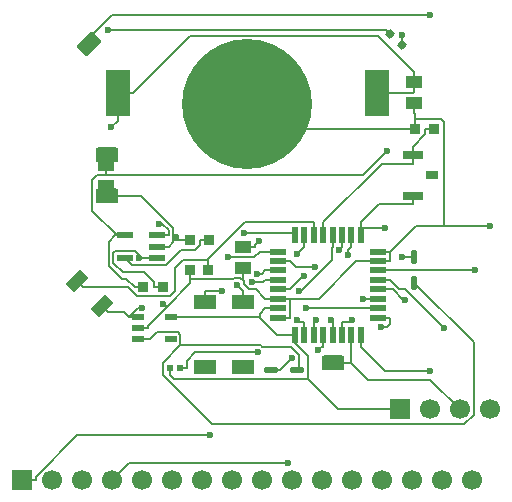
<source format=gbr>
%TF.GenerationSoftware,KiCad,Pcbnew,9.0.1*%
%TF.CreationDate,2025-05-26T11:02:23-07:00*%
%TF.ProjectId,TestWatch,54657374-5761-4746-9368-2e6b69636164,rev?*%
%TF.SameCoordinates,Original*%
%TF.FileFunction,Copper,L1,Top*%
%TF.FilePolarity,Positive*%
%FSLAX46Y46*%
G04 Gerber Fmt 4.6, Leading zero omitted, Abs format (unit mm)*
G04 Created by KiCad (PCBNEW 9.0.1) date 2025-05-26 11:02:23*
%MOMM*%
%LPD*%
G01*
G04 APERTURE LIST*
G04 Aperture macros list*
%AMRoundRect*
0 Rectangle with rounded corners*
0 $1 Rounding radius*
0 $2 $3 $4 $5 $6 $7 $8 $9 X,Y pos of 4 corners*
0 Add a 4 corners polygon primitive as box body*
4,1,4,$2,$3,$4,$5,$6,$7,$8,$9,$2,$3,0*
0 Add four circle primitives for the rounded corners*
1,1,$1+$1,$2,$3*
1,1,$1+$1,$4,$5*
1,1,$1+$1,$6,$7*
1,1,$1+$1,$8,$9*
0 Add four rect primitives between the rounded corners*
20,1,$1+$1,$2,$3,$4,$5,0*
20,1,$1+$1,$4,$5,$6,$7,0*
20,1,$1+$1,$6,$7,$8,$9,0*
20,1,$1+$1,$8,$9,$2,$3,0*%
%AMRotRect*
0 Rectangle, with rotation*
0 The origin of the aperture is its center*
0 $1 length*
0 $2 width*
0 $3 Rotation angle, in degrees counterclockwise*
0 Add horizontal line*
21,1,$1,$2,0,0,$3*%
G04 Aperture macros list end*
%TA.AperFunction,SMDPad,CuDef*%
%ADD10R,1.420000X1.080000*%
%TD*%
%TA.AperFunction,SMDPad,CuDef*%
%ADD11C,11.000000*%
%TD*%
%TA.AperFunction,SMDPad,CuDef*%
%ADD12R,2.000000X4.000000*%
%TD*%
%TA.AperFunction,SMDPad,CuDef*%
%ADD13R,0.890000X0.930000*%
%TD*%
%TA.AperFunction,SMDPad,CuDef*%
%ADD14R,0.900000X0.970000*%
%TD*%
%TA.AperFunction,SMDPad,CuDef*%
%ADD15R,0.540000X0.600000*%
%TD*%
%TA.AperFunction,SMDPad,CuDef*%
%ADD16RoundRect,0.190500X-0.762000X-0.444500X0.762000X-0.444500X0.762000X0.444500X-0.762000X0.444500X0*%
%TD*%
%TA.AperFunction,ComponentPad*%
%ADD17R,1.700000X1.700000*%
%TD*%
%TA.AperFunction,ComponentPad*%
%ADD18C,1.700000*%
%TD*%
%TA.AperFunction,SMDPad,CuDef*%
%ADD19R,1.700000X0.800000*%
%TD*%
%TA.AperFunction,SMDPad,CuDef*%
%ADD20R,1.100000X0.800000*%
%TD*%
%TA.AperFunction,SMDPad,CuDef*%
%ADD21R,0.600000X1.475000*%
%TD*%
%TA.AperFunction,SMDPad,CuDef*%
%ADD22R,1.475000X0.600000*%
%TD*%
%TA.AperFunction,SMDPad,CuDef*%
%ADD23RoundRect,0.062500X0.187500X-0.542500X0.187500X0.542500X-0.187500X0.542500X-0.187500X-0.542500X0*%
%TD*%
%TA.AperFunction,SMDPad,CuDef*%
%ADD24R,0.977900X0.508000*%
%TD*%
%TA.AperFunction,SMDPad,CuDef*%
%ADD25R,1.320800X0.558800*%
%TD*%
%TA.AperFunction,SMDPad,CuDef*%
%ADD26RoundRect,0.062500X0.542500X0.187500X-0.542500X0.187500X-0.542500X-0.187500X0.542500X-0.187500X0*%
%TD*%
%TA.AperFunction,SMDPad,CuDef*%
%ADD27R,1.900000X1.300000*%
%TD*%
%TA.AperFunction,SMDPad,CuDef*%
%ADD28RotRect,0.970000X1.730000X135.000000*%
%TD*%
%TA.AperFunction,SMDPad,CuDef*%
%ADD29RoundRect,0.190500X-0.224506X-0.853124X0.853124X0.224506X0.224506X0.853124X-0.853124X-0.224506X0*%
%TD*%
%TA.AperFunction,SMDPad,CuDef*%
%ADD30RoundRect,0.150000X0.247487X0.035355X0.035355X0.247487X-0.247487X-0.035355X-0.035355X-0.247487X0*%
%TD*%
%TA.AperFunction,ViaPad*%
%ADD31C,0.600000*%
%TD*%
%TA.AperFunction,Conductor*%
%ADD32C,0.200000*%
%TD*%
G04 APERTURE END LIST*
D10*
%TO.P,C1,1*%
%TO.N,USB + *%
X187569200Y-89321299D03*
%TO.P,C1,2*%
%TO.N,GNDREF*%
X187569200Y-91111301D03*
%TD*%
D11*
%TO.P,BT1,N*%
%TO.N,GNDREF*%
X199569200Y-84192300D03*
D12*
%TO.P,BT1,P*%
%TO.N,Net-(CHG1-VBAT)*%
X188569200Y-83192300D03*
X210569200Y-83192300D03*
%TD*%
D10*
%TO.P,C2,1*%
%TO.N,STM_POW*%
X199169200Y-96297299D03*
%TO.P,C2,2*%
%TO.N,GNDREF*%
X199169200Y-98087301D03*
%TD*%
D13*
%TO.P,R1,1*%
%TO.N,Net-(CHG1-PROG)*%
X196300800Y-95642300D03*
%TO.P,R1,2*%
%TO.N,GNDREF*%
X194672800Y-95642300D03*
%TD*%
D14*
%TO.P,R4,1*%
%TO.N,Net-(STM1-PA1)*%
X196246800Y-98192300D03*
%TO.P,R4,2*%
%TO.N,GNDREF*%
X194726800Y-98192300D03*
%TD*%
D15*
%TO.P,R6,1*%
%TO.N,Net-(STM1-PG10-NRST)*%
X193869000Y-106486000D03*
%TO.P,R6,2*%
%TO.N,STM_POW*%
X193005000Y-106486000D03*
%TD*%
D16*
%TO.P,P13,1,1*%
%TO.N,Net-(J2-Pin_3)*%
X206818000Y-106134800D03*
%TD*%
D13*
%TO.P,R2,1*%
%TO.N,Net-(STM1-PA0)*%
X215383200Y-86242300D03*
%TO.P,R2,2*%
%TO.N,GNDREF*%
X213755200Y-86242300D03*
%TD*%
D17*
%TO.P,J1,1,Pin_1*%
%TO.N,A*%
X180500000Y-116000000D03*
D18*
%TO.P,J1,2,Pin_2*%
%TO.N,B*%
X183040000Y-116000000D03*
%TO.P,J1,3,Pin_3*%
%TO.N,C*%
X185579999Y-116000000D03*
%TO.P,J1,4,Pin_4*%
%TO.N,D*%
X188120000Y-116000000D03*
%TO.P,J1,5,Pin_5*%
%TO.N,E*%
X190660000Y-116000000D03*
%TO.P,J1,6,Pin_6*%
%TO.N,F*%
X193200000Y-116000000D03*
%TO.P,J1,7,Pin_7*%
%TO.N,G*%
X195740000Y-116000000D03*
%TO.P,J1,8,Pin_8*%
%TO.N,H*%
X198280001Y-116000000D03*
%TO.P,J1,9,Pin_9*%
%TO.N,I*%
X200820000Y-116000000D03*
%TO.P,J1,10,Pin_10*%
%TO.N,J*%
X203360000Y-116000000D03*
%TO.P,J1,11,Pin_11*%
%TO.N,K*%
X205900000Y-116000000D03*
%TO.P,J1,12,Pin_12*%
%TO.N,L*%
X208439999Y-116000000D03*
%TO.P,J1,13,Pin_13*%
%TO.N,M*%
X210980000Y-116000000D03*
%TO.P,J1,14,Pin_14*%
%TO.N,N*%
X213520000Y-116000000D03*
%TO.P,J1,15,Pin_15*%
%TO.N,O*%
X216060000Y-116000000D03*
%TO.P,J1,16,Pin_16*%
%TO.N,P*%
X218599999Y-116000000D03*
%TD*%
D19*
%TO.P,BUTT1,1,1*%
%TO.N,Net-(STM1-PA0)*%
X213569200Y-88516299D03*
%TO.P,BUTT1,2,2*%
%TO.N,STM_POW*%
X213569200Y-91916301D03*
D20*
%TO.P,BUTT1,3,3*%
%TO.N,unconnected-(BUTT1-Pad3)*%
X215219200Y-90216300D03*
%TD*%
D21*
%TO.P,STM1,1,VDD_1*%
%TO.N,STM_POW*%
X209169200Y-95216299D03*
%TO.P,STM1,2,PF0-OSC_IN*%
%TO.N,Net-(STM1-PF0-OSC_IN)*%
X208369200Y-95216300D03*
%TO.P,STM1,3,PF1-OSC_OUT*%
%TO.N,Net-(STM1-PF1-OSC_OUT)*%
X207569201Y-95216300D03*
%TO.P,STM1,4,PG10-NRST*%
%TO.N,Net-(STM1-PG10-NRST)*%
X206769200Y-95216300D03*
%TO.P,STM1,5,PA0*%
%TO.N,Net-(STM1-PA0)*%
X205969200Y-95216300D03*
%TO.P,STM1,6,PA1*%
%TO.N,Net-(STM1-PA1)*%
X205169199Y-95216300D03*
%TO.P,STM1,7,PA2*%
%TO.N,A*%
X204369200Y-95216300D03*
%TO.P,STM1,8,PA3*%
%TO.N,B*%
X203569200Y-95216299D03*
D22*
%TO.P,STM1,9,PA4*%
%TO.N,C*%
X202131199Y-96654300D03*
%TO.P,STM1,10,PA5*%
%TO.N,D*%
X202131200Y-97454300D03*
%TO.P,STM1,11,PA6*%
%TO.N,E*%
X202131200Y-98254299D03*
%TO.P,STM1,12,PA7*%
%TO.N,F*%
X202131200Y-99054300D03*
%TO.P,STM1,13,PB0*%
%TO.N,G*%
X202131200Y-99854300D03*
%TO.P,STM1,14,VSSA*%
%TO.N,GNDREF*%
X202131200Y-100654301D03*
%TO.P,STM1,15,VDDA*%
%TO.N,STM_POW*%
X202131200Y-101454300D03*
%TO.P,STM1,16,VSS_1*%
%TO.N,GNDREF*%
X202131199Y-102254300D03*
D21*
%TO.P,STM1,17,VDD_2*%
%TO.N,STM_POW*%
X203569200Y-103692301D03*
%TO.P,STM1,18,PA8*%
%TO.N,H*%
X204369200Y-103692300D03*
%TO.P,STM1,19,PA9*%
%TO.N,I*%
X205169199Y-103692300D03*
%TO.P,STM1,20,PA10*%
%TO.N,J*%
X205969200Y-103692300D03*
%TO.P,STM1,21,PA11*%
%TO.N,K*%
X206769200Y-103692300D03*
%TO.P,STM1,22,PA12*%
%TO.N,L*%
X207569201Y-103692300D03*
%TO.P,STM1,23,PA13*%
%TO.N,Net-(J2-Pin_3)*%
X208369200Y-103692300D03*
%TO.P,STM1,24,PA14*%
%TO.N,Net-(J2-Pin_2)*%
X209169200Y-103692301D03*
D22*
%TO.P,STM1,25,PA15*%
%TO.N,M*%
X210607201Y-102254300D03*
%TO.P,STM1,26,PB3*%
%TO.N,Net-(STM1-PB3)*%
X210607200Y-101454300D03*
%TO.P,STM1,27,PB4*%
%TO.N,Net-(DB3-A)*%
X210607200Y-100654301D03*
%TO.P,STM1,28,PB5*%
%TO.N,N*%
X210607200Y-99854300D03*
%TO.P,STM1,29,PB6*%
%TO.N,O*%
X210607200Y-99054300D03*
%TO.P,STM1,30,PB7*%
%TO.N,P*%
X210607200Y-98254299D03*
%TO.P,STM1,31,PB8-BOOT0*%
%TO.N,GNDREF*%
X210607200Y-97454300D03*
%TO.P,STM1,32,VSS_2*%
X210607201Y-96654300D03*
%TD*%
D16*
%TO.P,POGO1,1,USB_+*%
%TO.N,USB + *%
X187669200Y-88516300D03*
%TO.P,POGO1,2,USB_-*%
%TO.N,GNDREF*%
X187669200Y-91916300D03*
%TD*%
D10*
%TO.P,C3,1*%
%TO.N,Net-(CHG1-VBAT)*%
X213669200Y-82297299D03*
%TO.P,C3,2*%
%TO.N,GNDREF*%
X213669200Y-84087301D03*
%TD*%
D23*
%TO.P,DB1,A*%
%TO.N,USB + *%
X213669200Y-97087300D03*
%TO.P,DB1,C*%
%TO.N,Net-(U1-EN)*%
X213669200Y-99297300D03*
%TD*%
D24*
%TO.P,U1,1,IN*%
%TO.N,Net-(CHG1-VBAT)*%
X190338750Y-102192299D03*
%TO.P,U1,2,GND*%
%TO.N,GNDREF*%
X190338750Y-103142300D03*
%TO.P,U1,3,EN*%
%TO.N,Net-(U1-EN)*%
X190338750Y-104092301D03*
%TO.P,U1,4,NC*%
%TO.N,unconnected-(U1-NC-Pad4)*%
X193069250Y-104092301D03*
%TO.P,U1,5,OUT*%
%TO.N,STM_POW*%
X193069250Y-102192299D03*
%TD*%
D25*
%TO.P,CHG1,1,STAT*%
%TO.N,Net-(CHG1-STAT)*%
X191940800Y-97178800D03*
%TO.P,CHG1,2,VSS*%
%TO.N,GNDREF*%
X191940800Y-96239000D03*
%TO.P,CHG1,3,VBAT*%
%TO.N,Net-(CHG1-VBAT)*%
X191940800Y-95299200D03*
%TO.P,CHG1,4,VDD*%
%TO.N,USB + *%
X189197600Y-95299200D03*
%TO.P,CHG1,5,PROG*%
%TO.N,Net-(CHG1-PROG)*%
X189197600Y-97178800D03*
%TD*%
D26*
%TO.P,DB2,A*%
%TO.N,Net-(STM1-PB3)*%
X201564200Y-106692300D03*
%TO.P,DB2,C*%
%TO.N,Net-(U1-EN)*%
X203774200Y-106692300D03*
%TD*%
D17*
%TO.P,J2,1,Pin_1*%
%TO.N,STM_POW*%
X212460000Y-110000000D03*
D18*
%TO.P,J2,2,Pin_2*%
%TO.N,Net-(J2-Pin_2)*%
X215000000Y-110000000D03*
%TO.P,J2,3,Pin_3*%
%TO.N,Net-(J2-Pin_3)*%
X217539999Y-110000000D03*
%TO.P,J2,4,Pin_4*%
%TO.N,GNDREF*%
X220080000Y-110000000D03*
%TD*%
D27*
%TO.P,OSC1,1*%
%TO.N,Net-(STM1-PF1-OSC_OUT)*%
X195969200Y-100966300D03*
%TO.P,OSC1,2,NC_2*%
%TO.N,unconnected-(OSC1-NC_2-Pad2)*%
X195969200Y-106466300D03*
%TO.P,OSC1,3,NC_1*%
%TO.N,unconnected-(OSC1-NC_1-Pad3)*%
X199169200Y-106466300D03*
%TO.P,OSC1,4*%
%TO.N,Net-(STM1-PF0-OSC_IN)*%
X199169200Y-100966300D03*
%TD*%
D28*
%TO.P,R3,1*%
%TO.N,Net-(CHG1-VBAT)*%
X187215718Y-101238818D03*
%TO.P,R3,2*%
%TO.N,Net-(STM1-PA1)*%
X185122682Y-99145782D03*
%TD*%
D29*
%TO.P,P14,1,1*%
%TO.N,Net-(J2-Pin_2)*%
X186169153Y-79058740D03*
%TD*%
D30*
%TO.P,DB3,1,K*%
%TO.N,Net-(CHG1-STAT)*%
X211674225Y-78197325D03*
%TO.P,DB3,2,A*%
%TO.N,Net-(DB3-A)*%
X212664175Y-79187275D03*
%TD*%
D13*
%TO.P,R5,1*%
%TO.N,Net-(CHG1-STAT)*%
X192383200Y-99692300D03*
%TO.P,R5,2*%
%TO.N,USB + *%
X190755200Y-99692300D03*
%TD*%
D31*
%TO.N,Net-(DB3-A)*%
X212622600Y-78287000D03*
X209352900Y-100654300D03*
%TO.N,Net-(STM1-PG10-NRST)*%
X203946500Y-99958000D03*
X200436400Y-105203200D03*
%TO.N,GNDREF*%
X220080000Y-94501100D03*
X192424000Y-101068900D03*
X193537000Y-95438800D03*
%TO.N,Net-(J2-Pin_2)*%
X215000000Y-106741800D03*
X215000000Y-76646000D03*
%TO.N,Net-(STM1-PB3)*%
X203324300Y-105666500D03*
X204489100Y-101454300D03*
%TO.N,Net-(STM1-PF1-OSC_OUT)*%
X197410500Y-100014600D03*
X207345300Y-96539000D03*
%TO.N,Net-(CHG1-STAT)*%
X190368400Y-97178800D03*
X187769900Y-77862900D03*
%TO.N,Net-(STM1-PF0-OSC_IN)*%
X198675600Y-99506700D03*
X208072500Y-96945800D03*
%TO.N,STM_POW*%
X211229000Y-94696700D03*
X200554100Y-95730100D03*
%TO.N,USB + *%
X212688600Y-97087300D03*
X211379400Y-88117500D03*
%TO.N,P*%
X218810000Y-98254300D03*
%TO.N,I*%
X205336100Y-102452300D03*
%TO.N,K*%
X206676100Y-102449200D03*
%TO.N,M*%
X210845200Y-103056600D03*
%TO.N,G*%
X204356100Y-98743300D03*
%TO.N,C*%
X197921000Y-97139000D03*
%TO.N,J*%
X205513700Y-104990200D03*
%TO.N,L*%
X208440000Y-102451900D03*
%TO.N,H*%
X203799200Y-102447900D03*
%TO.N,E*%
X200403800Y-98539900D03*
%TO.N,D*%
X205274800Y-97967100D03*
X202972600Y-114590700D03*
%TO.N,O*%
X216218500Y-103131500D03*
%TO.N,N*%
X212949100Y-100718600D03*
%TO.N,A*%
X203754400Y-96870300D03*
X196432000Y-112217500D03*
%TO.N,B*%
X199278700Y-95077800D03*
%TO.N,F*%
X199966000Y-99236100D03*
%TO.N,Net-(CHG1-VBAT)*%
X190672200Y-101422500D03*
X192093500Y-94302900D03*
X188017500Y-86154600D03*
%TD*%
D32*
%TO.N,Net-(DB3-A)*%
X210607200Y-100654300D02*
X209568000Y-100654300D01*
X212664200Y-78328600D02*
X212622600Y-78287000D01*
X212664200Y-79187300D02*
X212664200Y-78328600D01*
X209568000Y-100654300D02*
X209352900Y-100654300D01*
%TO.N,Net-(STM1-PG10-NRST)*%
X194440700Y-105914300D02*
X194440700Y-106486000D01*
X195151800Y-105203200D02*
X194440700Y-105914300D01*
X200436400Y-105203200D02*
X195151800Y-105203200D01*
X193869000Y-106486000D02*
X194440700Y-106486000D01*
X206769200Y-95216300D02*
X206769200Y-96255500D01*
X206743600Y-96281100D02*
X206769200Y-96255500D01*
X206743600Y-97349200D02*
X206743600Y-96281100D01*
X204134800Y-99958000D02*
X206743600Y-97349200D01*
X203946500Y-99958000D02*
X204134800Y-99958000D01*
%TO.N,GNDREF*%
X187569200Y-91816300D02*
X187569200Y-91111300D01*
X187669200Y-91916300D02*
X187569200Y-91816300D01*
X211646400Y-96654300D02*
X211646400Y-97454300D01*
X210607200Y-96654300D02*
X211646400Y-96654300D01*
X210607200Y-97454300D02*
X211646400Y-97454300D01*
X202131200Y-102254300D02*
X203170400Y-102254300D01*
X203170400Y-102254300D02*
X203170400Y-100654300D01*
X202650800Y-100654300D02*
X203170400Y-100654300D01*
X213669200Y-84087300D02*
X213669200Y-84929000D01*
X202650800Y-100654300D02*
X202131200Y-100654300D01*
X202131200Y-100654300D02*
X201092000Y-100654300D01*
X192016800Y-96239000D02*
X192902900Y-96239000D01*
X192016800Y-96239000D02*
X191940800Y-96239000D01*
X201619200Y-86242300D02*
X199569200Y-84192300D01*
X213755200Y-86242300D02*
X201619200Y-86242300D01*
X199169200Y-98087300D02*
X199169200Y-98929000D01*
X213799600Y-94501100D02*
X216172700Y-94501100D01*
X211646400Y-96654300D02*
X213799600Y-94501100D01*
X216172700Y-94501100D02*
X220080000Y-94501100D01*
X215949000Y-85465000D02*
X213755200Y-85465000D01*
X216172700Y-85688700D02*
X215949000Y-85465000D01*
X216172700Y-94501100D02*
X216172700Y-85688700D01*
X213755200Y-86242300D02*
X213755200Y-85465000D01*
X213755200Y-85015000D02*
X213669200Y-84929000D01*
X213755200Y-85465000D02*
X213755200Y-85015000D01*
X190338800Y-103142300D02*
X191129500Y-103142300D01*
X193304600Y-95642300D02*
X194672800Y-95642300D01*
X193304600Y-95837300D02*
X193304600Y-95642300D01*
X192902900Y-96239000D02*
X193304600Y-95837300D01*
X193537000Y-95438800D02*
X193304600Y-95438800D01*
X193304600Y-95642300D02*
X193304600Y-95438800D01*
X190561200Y-91916300D02*
X187669200Y-91916300D01*
X193304600Y-94659700D02*
X190561200Y-91916300D01*
X193304600Y-95438800D02*
X193304600Y-94659700D01*
X192718900Y-101363700D02*
X192424000Y-101068900D01*
X191129500Y-102953100D02*
X192718900Y-101363700D01*
X191129500Y-103142300D02*
X191129500Y-102953100D01*
X194726800Y-99355800D02*
X194726800Y-98980800D01*
X192718900Y-101363700D02*
X194726800Y-99355800D01*
X194726800Y-98980800D02*
X194726800Y-98192300D01*
X208793000Y-97454300D02*
X210607200Y-97454300D01*
X205593000Y-100654300D02*
X208793000Y-97454300D01*
X203170400Y-100654300D02*
X205593000Y-100654300D01*
X199313800Y-99177200D02*
X199117400Y-98980800D01*
X199313800Y-99437100D02*
X199313800Y-99177200D01*
X199715700Y-99839000D02*
X199313800Y-99437100D01*
X200276700Y-99839000D02*
X199715700Y-99839000D01*
X201092000Y-100654300D02*
X200276700Y-99839000D01*
X199169200Y-98929000D02*
X199117400Y-98980800D01*
X198350700Y-98980800D02*
X194726800Y-98980800D01*
X198426500Y-98905000D02*
X198350700Y-98980800D01*
X198924800Y-98905000D02*
X198426500Y-98905000D01*
X199000600Y-98980800D02*
X198924800Y-98905000D01*
X199117400Y-98980800D02*
X199000600Y-98980800D01*
%TO.N,Net-(J2-Pin_3)*%
X208369200Y-103692300D02*
X208369200Y-106134800D01*
X208369200Y-106134800D02*
X206818000Y-106134800D01*
X215042600Y-107502600D02*
X217540000Y-110000000D01*
X209737000Y-107502600D02*
X215042600Y-107502600D01*
X208369200Y-106134800D02*
X209737000Y-107502600D01*
%TO.N,Net-(J2-Pin_2)*%
X209169200Y-103692300D02*
X209169200Y-104731500D01*
X211179500Y-106741800D02*
X209169200Y-104731500D01*
X215000000Y-106741800D02*
X211179500Y-106741800D01*
X186169200Y-78612800D02*
X186169200Y-79058700D01*
X188136000Y-76646000D02*
X186169200Y-78612800D01*
X215000000Y-76646000D02*
X188136000Y-76646000D01*
%TO.N,Net-(STM1-PA1)*%
X205169200Y-95216300D02*
X205169200Y-94177100D01*
X196246800Y-98192300D02*
X196246800Y-97405600D01*
X185122700Y-99145800D02*
X185679000Y-99702100D01*
X196246800Y-97258900D02*
X196246800Y-97405600D01*
X199328600Y-94177100D02*
X196246800Y-97258900D01*
X205169200Y-94177100D02*
X199328600Y-94177100D01*
X194090400Y-97405600D02*
X196246800Y-97405600D01*
X193434700Y-98061300D02*
X194090400Y-97405600D01*
X193434700Y-100013800D02*
X193434700Y-98061300D01*
X192989500Y-100459000D02*
X193434700Y-100013800D01*
X190185200Y-100459000D02*
X192989500Y-100459000D01*
X189428300Y-99702100D02*
X190185200Y-100459000D01*
X185679000Y-99702100D02*
X189428300Y-99702100D01*
%TO.N,Net-(STM1-PB3)*%
X202298500Y-106692300D02*
X203324300Y-105666500D01*
X201564200Y-106692300D02*
X202298500Y-106692300D01*
X210607200Y-101454300D02*
X204489100Y-101454300D01*
%TO.N,Net-(STM1-PF1-OSC_OUT)*%
X195969200Y-100966300D02*
X195969200Y-100014600D01*
X207569200Y-96315100D02*
X207345300Y-96539000D01*
X207569200Y-95216300D02*
X207569200Y-96315100D01*
X195969200Y-100014600D02*
X197410500Y-100014600D01*
%TO.N,Net-(CHG1-STAT)*%
X211339800Y-77862900D02*
X211674200Y-78197300D01*
X187769900Y-77862900D02*
X211339800Y-77862900D01*
X191940800Y-97178800D02*
X190978700Y-97178800D01*
X192383200Y-99692300D02*
X191636500Y-99692300D01*
X190978700Y-97178800D02*
X190368400Y-97178800D01*
X191636500Y-99225600D02*
X191636500Y-99692300D01*
X190836800Y-98425900D02*
X191636500Y-99225600D01*
X189025000Y-98425900D02*
X190836800Y-98425900D01*
X188220000Y-97620900D02*
X189025000Y-98425900D01*
X188220000Y-96760100D02*
X188220000Y-97620900D01*
X188387600Y-96592500D02*
X188220000Y-96760100D01*
X190011000Y-96592500D02*
X188387600Y-96592500D01*
X190368400Y-96949900D02*
X190011000Y-96592500D01*
X190368400Y-97178800D02*
X190368400Y-96949900D01*
%TO.N,Net-(STM1-PF0-OSC_IN)*%
X199169200Y-100000300D02*
X198675600Y-99506700D01*
X199169200Y-100966300D02*
X199169200Y-100000300D01*
X208369200Y-95216300D02*
X208369200Y-96255500D01*
X208072500Y-96552200D02*
X208072500Y-96945800D01*
X208369200Y-96255500D02*
X208072500Y-96552200D01*
%TO.N,STM_POW*%
X213569200Y-91916300D02*
X213569200Y-92618000D01*
X193005000Y-106786800D02*
X193005000Y-107087700D01*
X193005000Y-106786800D02*
X193005000Y-106486000D01*
X193069300Y-102192300D02*
X193860000Y-102192300D01*
X202131200Y-101454300D02*
X201092000Y-101454300D01*
X193369000Y-107451700D02*
X193005000Y-107087700D01*
X204702700Y-107451700D02*
X193369000Y-107451700D01*
X207251000Y-110000000D02*
X204702700Y-107451700D01*
X212460000Y-110000000D02*
X207251000Y-110000000D01*
X203569200Y-104409600D02*
X203569200Y-103692300D01*
X204702700Y-105543100D02*
X203569200Y-104409600D01*
X204702700Y-107451700D02*
X204702700Y-105543100D01*
X210728300Y-92618000D02*
X209169200Y-94177100D01*
X213569200Y-92618000D02*
X210728300Y-92618000D01*
X209169200Y-95216300D02*
X209169200Y-94696700D01*
X209169200Y-94696700D02*
X209169200Y-94177100D01*
X209169200Y-94696700D02*
X211229000Y-94696700D01*
X200607700Y-102192300D02*
X193860000Y-102192300D01*
X200607700Y-102253500D02*
X200607700Y-102192300D01*
X202046500Y-103692300D02*
X200607700Y-102253500D01*
X203569200Y-103692300D02*
X202046500Y-103692300D01*
X200607700Y-101938600D02*
X201092000Y-101454300D01*
X200607700Y-102192300D02*
X200607700Y-101938600D01*
X199169200Y-96297300D02*
X200180900Y-96297300D01*
X200180900Y-96103300D02*
X200554100Y-95730100D01*
X200180900Y-96297300D02*
X200180900Y-96103300D01*
%TO.N,USB + *%
X187569200Y-88616300D02*
X187569200Y-89321300D01*
X187669200Y-88516300D02*
X187569200Y-88616300D01*
X190755200Y-99692300D02*
X190008500Y-99692300D01*
X188767000Y-95299200D02*
X188509600Y-95299200D01*
X188509600Y-95299200D02*
X188336400Y-95299200D01*
X187569200Y-89321300D02*
X187569200Y-90163000D01*
X188982300Y-95299200D02*
X188767000Y-95299200D01*
X188982300Y-95299200D02*
X189197600Y-95299200D01*
X186400100Y-93189700D02*
X188509600Y-95299200D01*
X186400100Y-90595600D02*
X186400100Y-93189700D01*
X186832700Y-90163000D02*
X186400100Y-90595600D01*
X187569200Y-90163000D02*
X186832700Y-90163000D01*
X209333900Y-90163000D02*
X187569200Y-90163000D01*
X211379400Y-88117500D02*
X209333900Y-90163000D01*
X213669200Y-97087300D02*
X212688600Y-97087300D01*
X189285300Y-98969100D02*
X190008500Y-99692300D01*
X188930300Y-98969100D02*
X189285300Y-98969100D01*
X187818000Y-97856800D02*
X188930300Y-98969100D01*
X187818000Y-95817600D02*
X187818000Y-97856800D01*
X188336400Y-95299200D02*
X187818000Y-95817600D01*
%TO.N,Net-(STM1-PA0)*%
X214636500Y-86747300D02*
X214636500Y-86242300D01*
X213569200Y-87814600D02*
X214636500Y-86747300D01*
X215383200Y-86242300D02*
X214636500Y-86242300D01*
X213569200Y-88516300D02*
X213569200Y-87814600D01*
X210928300Y-89218000D02*
X213569200Y-89218000D01*
X205969200Y-94177100D02*
X210928300Y-89218000D01*
X205969200Y-95216300D02*
X205969200Y-94177100D01*
X213569200Y-88516300D02*
X213569200Y-89218000D01*
%TO.N,Net-(CHG1-PROG)*%
X189826400Y-97807600D02*
X189197600Y-97178800D01*
X192700900Y-97807600D02*
X189826400Y-97807600D01*
X193943700Y-96564800D02*
X192700900Y-97807600D01*
X195098300Y-96564800D02*
X193943700Y-96564800D01*
X195554100Y-96109000D02*
X195098300Y-96564800D01*
X195554100Y-95642300D02*
X195554100Y-96109000D01*
X196300800Y-95642300D02*
X195554100Y-95642300D01*
%TO.N,P*%
X210607200Y-98254300D02*
X218810000Y-98254300D01*
%TO.N,I*%
X205169200Y-103692300D02*
X205169200Y-102653100D01*
X205336100Y-102486200D02*
X205336100Y-102452300D01*
X205169200Y-102653100D02*
X205336100Y-102486200D01*
%TO.N,K*%
X206769200Y-102542300D02*
X206676100Y-102449200D01*
X206769200Y-103692300D02*
X206769200Y-102542300D01*
%TO.N,M*%
X211346000Y-103056600D02*
X210845200Y-103056600D01*
X211646400Y-102756200D02*
X211346000Y-103056600D01*
X211646400Y-102254300D02*
X211646400Y-102756200D01*
X210607200Y-102254300D02*
X211646400Y-102254300D01*
%TO.N,G*%
X203199500Y-99854300D02*
X202131200Y-99854300D01*
X203199500Y-99854200D02*
X203199500Y-99854300D01*
X204310400Y-98743300D02*
X203199500Y-99854200D01*
X204356100Y-98743300D02*
X204310400Y-98743300D01*
%TO.N,C*%
X200148300Y-97139000D02*
X197921000Y-97139000D01*
X200633000Y-96654300D02*
X200148300Y-97139000D01*
X202131200Y-96654300D02*
X200633000Y-96654300D01*
%TO.N,J*%
X205969200Y-103692300D02*
X205969200Y-104731500D01*
X205772400Y-104731500D02*
X205513700Y-104990200D01*
X205969200Y-104731500D02*
X205772400Y-104731500D01*
%TO.N,L*%
X207569200Y-103692300D02*
X207569200Y-102653100D01*
X208238800Y-102653100D02*
X208440000Y-102451900D01*
X207569200Y-102653100D02*
X208238800Y-102653100D01*
%TO.N,H*%
X204369200Y-103692300D02*
X204369200Y-102653100D01*
X204004400Y-102653100D02*
X203799200Y-102447900D01*
X204369200Y-102653100D02*
X204004400Y-102653100D01*
%TO.N,E*%
X202131200Y-98254300D02*
X201092000Y-98254300D01*
X200806400Y-98539900D02*
X200403800Y-98539900D01*
X201092000Y-98254300D02*
X200806400Y-98539900D01*
%TO.N,D*%
X203683200Y-97967100D02*
X205274800Y-97967100D01*
X203170400Y-97454300D02*
X203683200Y-97967100D01*
X189529300Y-114590700D02*
X188120000Y-116000000D01*
X202972600Y-114590700D02*
X189529300Y-114590700D01*
X202131200Y-97454300D02*
X203170400Y-97454300D01*
%TO.N,O*%
X212932700Y-99845700D02*
X216218500Y-103131500D01*
X212437500Y-99845700D02*
X212932700Y-99845700D01*
X212084900Y-99493100D02*
X212437500Y-99845700D01*
X212084900Y-99493000D02*
X212084900Y-99493100D01*
X211646200Y-99054300D02*
X212084900Y-99493000D01*
X210607200Y-99054300D02*
X211646200Y-99054300D01*
%TO.N,N*%
X212742400Y-100718600D02*
X212949100Y-100718600D01*
X211878100Y-99854300D02*
X212742400Y-100718600D01*
X210607200Y-99854300D02*
X211878100Y-99854300D01*
%TO.N,A*%
X181651700Y-115712100D02*
X181651700Y-116000000D01*
X185146300Y-112217500D02*
X181651700Y-115712100D01*
X196432000Y-112217500D02*
X185146300Y-112217500D01*
X180500000Y-116000000D02*
X181651700Y-116000000D01*
X204369200Y-95216300D02*
X204369200Y-96255500D01*
X204369200Y-96255500D02*
X203754400Y-96870300D01*
%TO.N,B*%
X203430700Y-95077800D02*
X199278700Y-95077800D01*
X203569200Y-95216300D02*
X203430700Y-95077800D01*
%TO.N,F*%
X202131200Y-99054300D02*
X201092000Y-99054300D01*
X200910200Y-99236100D02*
X199966000Y-99236100D01*
X201092000Y-99054300D02*
X200910200Y-99236100D01*
%TO.N,Net-(U1-EN)*%
X200685600Y-104601500D02*
X193885300Y-104601500D01*
X200819500Y-104735400D02*
X200685600Y-104601500D01*
X203293300Y-104735400D02*
X200819500Y-104735400D01*
X203968600Y-105410700D02*
X203293300Y-104735400D01*
X203968600Y-106497900D02*
X203968600Y-105410700D01*
X203774200Y-106692300D02*
X203968600Y-106497900D01*
X193885300Y-103738600D02*
X193885300Y-104601500D01*
X193652300Y-103505600D02*
X193885300Y-103738600D01*
X191925300Y-103505600D02*
X193652300Y-103505600D01*
X191338600Y-104092300D02*
X191925300Y-103505600D01*
X190338800Y-104092300D02*
X191338600Y-104092300D01*
X218716000Y-104344100D02*
X213669200Y-99297300D01*
X218716000Y-110470100D02*
X218716000Y-104344100D01*
X217943100Y-111243000D02*
X218716000Y-110470100D01*
X196545000Y-111243000D02*
X217943100Y-111243000D01*
X192376200Y-107074200D02*
X196545000Y-111243000D01*
X192376200Y-106110600D02*
X192376200Y-107074200D01*
X193885300Y-104601500D02*
X192376200Y-106110600D01*
%TO.N,Net-(CHG1-VBAT)*%
X213615900Y-83192300D02*
X213669200Y-83139000D01*
X210569200Y-83192300D02*
X213615900Y-83192300D01*
X213669200Y-82297300D02*
X213669200Y-83139000D01*
X213669200Y-82297300D02*
X213669200Y-81455600D01*
X188645800Y-83192300D02*
X189870900Y-83192300D01*
X188645800Y-83192300D02*
X188569200Y-83192300D01*
X187215700Y-101238800D02*
X187772000Y-101795100D01*
X189943500Y-102192300D02*
X190177600Y-102192300D01*
X189943500Y-102192300D02*
X189548200Y-102192300D01*
X190338800Y-102192300D02*
X190177600Y-102192300D01*
X194683800Y-78379400D02*
X189870900Y-83192300D01*
X210593000Y-78379400D02*
X194683800Y-78379400D01*
X213669200Y-81455600D02*
X210593000Y-78379400D01*
X191940800Y-95299200D02*
X192902900Y-95299200D01*
X189151000Y-101795100D02*
X189548200Y-102192300D01*
X187772000Y-101795100D02*
X189151000Y-101795100D01*
X188569200Y-85602900D02*
X188569200Y-83192300D01*
X188017500Y-86154600D02*
X188569200Y-85602900D01*
X190318000Y-101422500D02*
X190672200Y-101422500D01*
X189548200Y-102192300D02*
X190318000Y-101422500D01*
X192902900Y-94860300D02*
X192902900Y-95299200D01*
X192345500Y-94302900D02*
X192902900Y-94860300D01*
X192093500Y-94302900D02*
X192345500Y-94302900D01*
%TD*%
M02*

</source>
